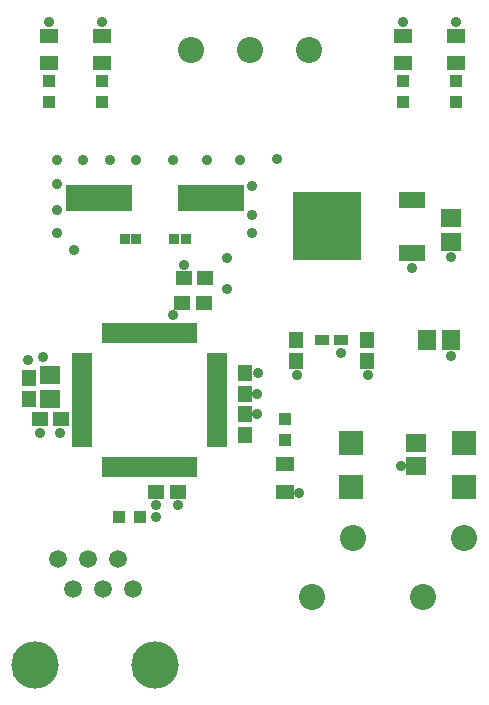
<source format=gts>
%FSLAX25Y25*%
%MOIN*%
G70*
G01*
G75*
G04 Layer_Color=8388736*
%ADD10R,0.03150X0.03543*%
%ADD11R,0.05118X0.04134*%
%ADD12R,0.07087X0.07165*%
%ADD13R,0.06102X0.05315*%
%ADD14R,0.22047X0.22047*%
%ADD15R,0.07874X0.04724*%
%ADD16R,0.03740X0.02756*%
%ADD17R,0.04331X0.04528*%
%ADD18R,0.05315X0.06102*%
%ADD19R,0.04528X0.04331*%
%ADD20R,0.05906X0.01181*%
%ADD21R,0.01181X0.05906*%
%ADD22R,0.03543X0.03150*%
%ADD23R,0.02835X0.02835*%
%ADD24R,0.21654X0.07874*%
%ADD25C,0.01000*%
%ADD26C,0.03937*%
%ADD27C,0.01969*%
%ADD28C,0.07874*%
%ADD29C,0.05118*%
%ADD30C,0.14961*%
%ADD31C,0.02756*%
%ADD32C,0.05906*%
%ADD33R,0.03950X0.04343*%
%ADD34R,0.05918X0.04934*%
%ADD35R,0.07887X0.07965*%
%ADD36R,0.06902X0.06115*%
%ADD37R,0.22847X0.22847*%
%ADD38R,0.08674X0.05524*%
%ADD39R,0.04540X0.03556*%
%ADD40R,0.05131X0.05328*%
%ADD41R,0.06115X0.06902*%
%ADD42R,0.05328X0.05131*%
%ADD43R,0.06706X0.01981*%
%ADD44R,0.01981X0.06706*%
%ADD45R,0.04343X0.03950*%
%ADD46R,0.03635X0.03635*%
%ADD47R,0.22453X0.08674*%
%ADD48C,0.08674*%
%ADD49C,0.05918*%
%ADD50C,0.15761*%
%ADD51C,0.03556*%
D33*
X13780Y204331D02*
D03*
Y197244D02*
D03*
X31496Y204331D02*
D03*
Y197244D02*
D03*
X131890Y204331D02*
D03*
Y197244D02*
D03*
X149606Y204331D02*
D03*
Y197244D02*
D03*
X92520Y84646D02*
D03*
Y91732D02*
D03*
D34*
X13780Y219488D02*
D03*
Y210236D02*
D03*
X31496Y219488D02*
D03*
Y210236D02*
D03*
X131890Y219488D02*
D03*
Y210236D02*
D03*
X149606Y219488D02*
D03*
Y210236D02*
D03*
X92520Y67421D02*
D03*
Y76673D02*
D03*
D35*
X151969Y68996D02*
D03*
Y83760D02*
D03*
X114567Y68996D02*
D03*
Y83760D02*
D03*
D36*
X136221Y75984D02*
D03*
Y83858D02*
D03*
X147638Y150787D02*
D03*
Y158661D02*
D03*
X14173Y106299D02*
D03*
Y98425D02*
D03*
D37*
X106299Y155905D02*
D03*
D38*
X134646Y147047D02*
D03*
Y164764D02*
D03*
D39*
X104626Y118110D02*
D03*
X111122D02*
D03*
D03*
D40*
X96063Y111024D02*
D03*
Y118110D02*
D03*
X119685Y111024D02*
D03*
Y118110D02*
D03*
X79134Y93307D02*
D03*
Y86221D02*
D03*
Y100000D02*
D03*
Y107087D02*
D03*
X7087Y105512D02*
D03*
Y98425D02*
D03*
D41*
X147638Y118110D02*
D03*
X139764D02*
D03*
D42*
X10630Y91732D02*
D03*
X17717D02*
D03*
X65748Y138583D02*
D03*
X58661D02*
D03*
X65354Y130315D02*
D03*
X58268D02*
D03*
X49606Y67323D02*
D03*
X56693D02*
D03*
D43*
X24803Y83268D02*
D03*
Y85236D02*
D03*
Y87205D02*
D03*
Y89173D02*
D03*
Y91142D02*
D03*
Y93110D02*
D03*
Y95079D02*
D03*
Y97047D02*
D03*
Y99016D02*
D03*
Y100984D02*
D03*
Y102953D02*
D03*
Y104921D02*
D03*
Y106890D02*
D03*
Y108858D02*
D03*
Y110827D02*
D03*
Y112795D02*
D03*
X69685D02*
D03*
Y110827D02*
D03*
Y108858D02*
D03*
Y106890D02*
D03*
Y104921D02*
D03*
Y102953D02*
D03*
Y100984D02*
D03*
Y99016D02*
D03*
Y97047D02*
D03*
Y95079D02*
D03*
Y93110D02*
D03*
Y91142D02*
D03*
Y89173D02*
D03*
Y87205D02*
D03*
Y85236D02*
D03*
Y83268D02*
D03*
D44*
X32480Y120472D02*
D03*
X34449D02*
D03*
X36417D02*
D03*
X38386D02*
D03*
X40354D02*
D03*
X42323D02*
D03*
X44291D02*
D03*
X46260D02*
D03*
X48228D02*
D03*
X50197D02*
D03*
X52165D02*
D03*
X54134D02*
D03*
X56102D02*
D03*
X58071D02*
D03*
X60039D02*
D03*
X62008D02*
D03*
X62008Y75591D02*
D03*
X60039D02*
D03*
X58071D02*
D03*
X56102D02*
D03*
X54134D02*
D03*
X52165D02*
D03*
X50197D02*
D03*
X48228D02*
D03*
X46260D02*
D03*
X44291D02*
D03*
X42323D02*
D03*
X40354D02*
D03*
X38386D02*
D03*
X36417D02*
D03*
X34449D02*
D03*
X32480D02*
D03*
D45*
X37008Y59055D02*
D03*
X44094D02*
D03*
D46*
X55512Y151575D02*
D03*
X59449D02*
D03*
X42913D02*
D03*
X38976D02*
D03*
D47*
X67913Y165354D02*
D03*
X30512D02*
D03*
D48*
X138386Y32283D02*
D03*
X152165Y51968D02*
D03*
X101378Y32283D02*
D03*
X115157Y51968D02*
D03*
X61024Y214567D02*
D03*
X100394D02*
D03*
X80709D02*
D03*
D49*
X26732Y44882D02*
D03*
X36732D02*
D03*
X16732D02*
D03*
X21732Y34882D02*
D03*
X31732D02*
D03*
X41732D02*
D03*
D50*
X49213Y9843D02*
D03*
X9213D02*
D03*
D51*
X13780Y224016D02*
D03*
X31496D02*
D03*
X131890D02*
D03*
X149606D02*
D03*
X134646Y142126D02*
D03*
X147638Y145669D02*
D03*
Y112598D02*
D03*
X120079Y106299D02*
D03*
X96457D02*
D03*
X131102Y75984D02*
D03*
X97244Y66929D02*
D03*
X89764Y178347D02*
D03*
X83071Y100000D02*
D03*
Y93307D02*
D03*
X22047Y148031D02*
D03*
X16535Y153543D02*
D03*
Y161417D02*
D03*
Y170079D02*
D03*
Y177953D02*
D03*
X25197D02*
D03*
X34252D02*
D03*
X42913D02*
D03*
X55118D02*
D03*
X66535D02*
D03*
X77559D02*
D03*
X81496Y169291D02*
D03*
Y159843D02*
D03*
Y153543D02*
D03*
X73228Y145276D02*
D03*
Y135039D02*
D03*
X49606Y62992D02*
D03*
X6693Y111417D02*
D03*
X11811Y112205D02*
D03*
X10630Y87008D02*
D03*
X17323D02*
D03*
X56693Y62992D02*
D03*
X49606Y59055D02*
D03*
X58661Y142913D02*
D03*
X55118Y126378D02*
D03*
X111024Y113779D02*
D03*
X83465Y107087D02*
D03*
M02*

</source>
